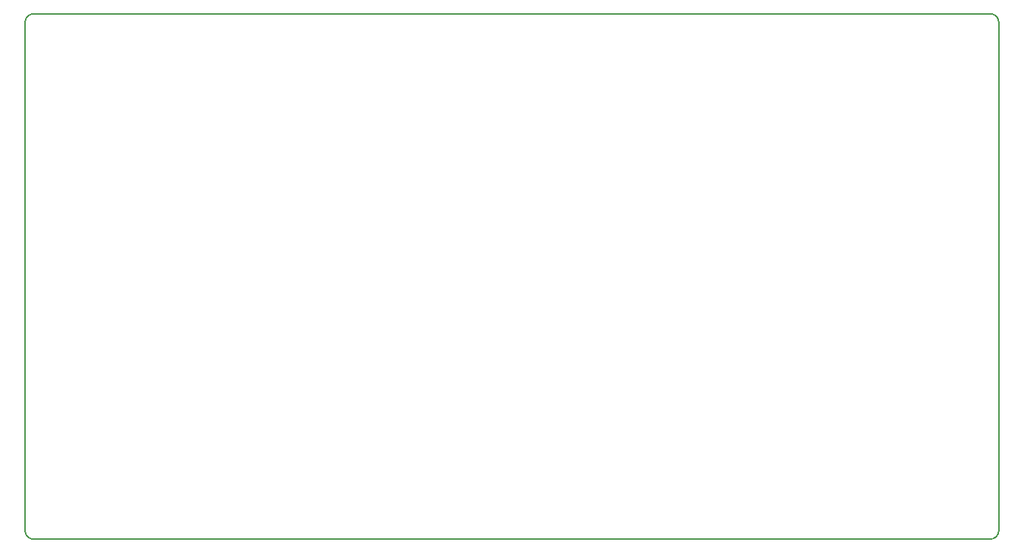
<source format=gm1>
G04 #@! TF.FileFunction,Profile,NP*
%FSLAX46Y46*%
G04 Gerber Fmt 4.6, Leading zero omitted, Abs format (unit mm)*
G04 Created by KiCad (PCBNEW 4.0.2-stable) date Sun Jun 26 23:14:53 2016*
%MOMM*%
G01*
G04 APERTURE LIST*
%ADD10C,0.100000*%
%ADD11C,0.150000*%
G04 APERTURE END LIST*
D10*
D11*
X84713380Y-57458478D02*
G75*
G02X85713380Y-56458478I1000000J0D01*
G01*
X85713380Y-116958478D02*
G75*
G02X84713380Y-115958478I0J1000000D01*
G01*
X196713380Y-115958478D02*
G75*
G02X195713380Y-116958478I-1000000J0D01*
G01*
X195713380Y-56458478D02*
G75*
G02X196713380Y-57458478I0J-1000000D01*
G01*
X85713380Y-56458478D02*
X195713380Y-56458478D01*
X84713380Y-115958478D02*
X84713380Y-57458478D01*
X195713380Y-116958478D02*
X85713380Y-116958478D01*
X196713380Y-57458478D02*
X196713380Y-115958478D01*
M02*

</source>
